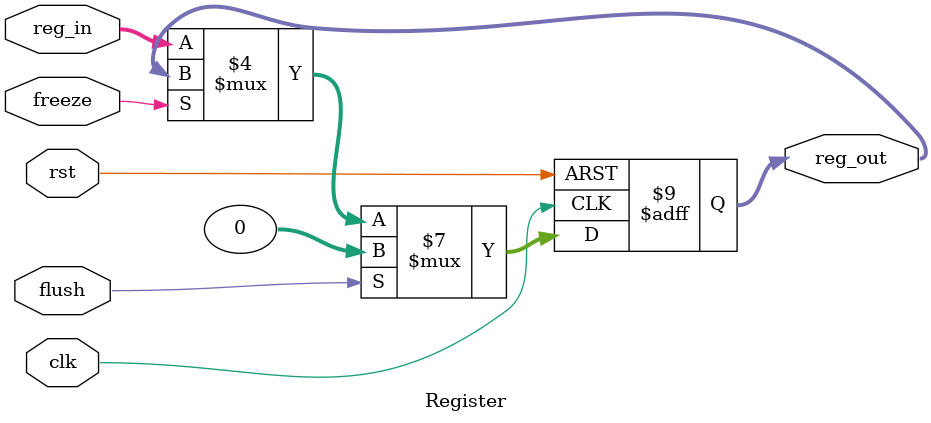
<source format=v>
`timescale 1ns / 1ns


module Register #(parameter size=32)(
    input clk,
    input rst,
    input flush,
    input freeze,
    input [size-1:0] reg_in,
    output reg [size-1:0] reg_out
    );
    always @(posedge clk, negedge rst)begin
        if(~rst) begin
            reg_out <= 200'b0;
        end
        else if(flush) begin
            reg_out <= 200'b0;
        end
        else if(~freeze) begin
            reg_out <= reg_in;
        end
    end
endmodule

</source>
